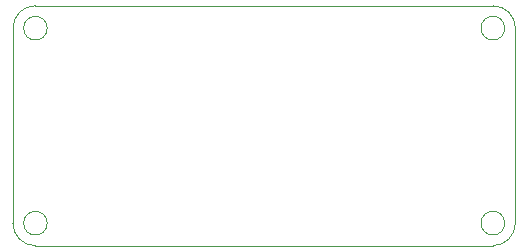
<source format=gm1>
%TF.GenerationSoftware,KiCad,Pcbnew,9.0.1*%
%TF.CreationDate,2025-05-18T00:30:22-05:00*%
%TF.ProjectId,Tiny_Solar_Supply,54696e79-5f53-46f6-9c61-725f53757070,rev?*%
%TF.SameCoordinates,Original*%
%TF.FileFunction,Profile,NP*%
%FSLAX46Y46*%
G04 Gerber Fmt 4.6, Leading zero omitted, Abs format (unit mm)*
G04 Created by KiCad (PCBNEW 9.0.1) date 2025-05-18 00:30:22*
%MOMM*%
%LPD*%
G01*
G04 APERTURE LIST*
%TA.AperFunction,Profile*%
%ADD10C,0.050000*%
%TD*%
G04 APERTURE END LIST*
D10*
X182880000Y-45085000D02*
X144145000Y-45085000D01*
X144145000Y-65405000D02*
X182880000Y-65405000D01*
X142240000Y-46990000D02*
X142240000Y-63500000D01*
X144145000Y-65405000D02*
G75*
G02*
X142240000Y-63500000I0J1905000D01*
G01*
X184785000Y-46990000D02*
X184785000Y-63500000D01*
X184785000Y-63500000D02*
G75*
G02*
X182880000Y-65405000I-1905000J0D01*
G01*
X182880000Y-45085000D02*
G75*
G02*
X184785000Y-46990000I0J-1905000D01*
G01*
X142240000Y-46990000D02*
G75*
G02*
X144145000Y-45085000I1905000J0D01*
G01*
X145145000Y-46990000D02*
G75*
G02*
X143145000Y-46990000I-1000000J0D01*
G01*
X143145000Y-46990000D02*
G75*
G02*
X145145000Y-46990000I1000000J0D01*
G01*
X183880000Y-46990000D02*
G75*
G02*
X181880000Y-46990000I-1000000J0D01*
G01*
X181880000Y-46990000D02*
G75*
G02*
X183880000Y-46990000I1000000J0D01*
G01*
X145145000Y-63500000D02*
G75*
G02*
X143145000Y-63500000I-1000000J0D01*
G01*
X143145000Y-63500000D02*
G75*
G02*
X145145000Y-63500000I1000000J0D01*
G01*
X183880000Y-63500000D02*
G75*
G02*
X181880000Y-63500000I-1000000J0D01*
G01*
X181880000Y-63500000D02*
G75*
G02*
X183880000Y-63500000I1000000J0D01*
G01*
M02*

</source>
